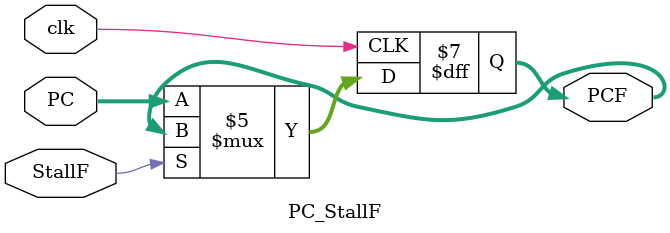
<source format=v>
module PC_StallF(clk, StallF, PC, PCF); 

    input clk;
    input StallF;
    input [31:0] PC;

    output reg [31:0] PCF;

    initial begin 
        PCF = 32'h00400030; // Is it correct?
    end 

    always@(posedge clk)
    begin      
        if(!StallF)
        begin
            PCF <= PC;
        end
        else 
        begin
            // Is it correct? Stay the same as what professor told me 
            PCF <= PCF; 
        end
    end

endmodule

</source>
